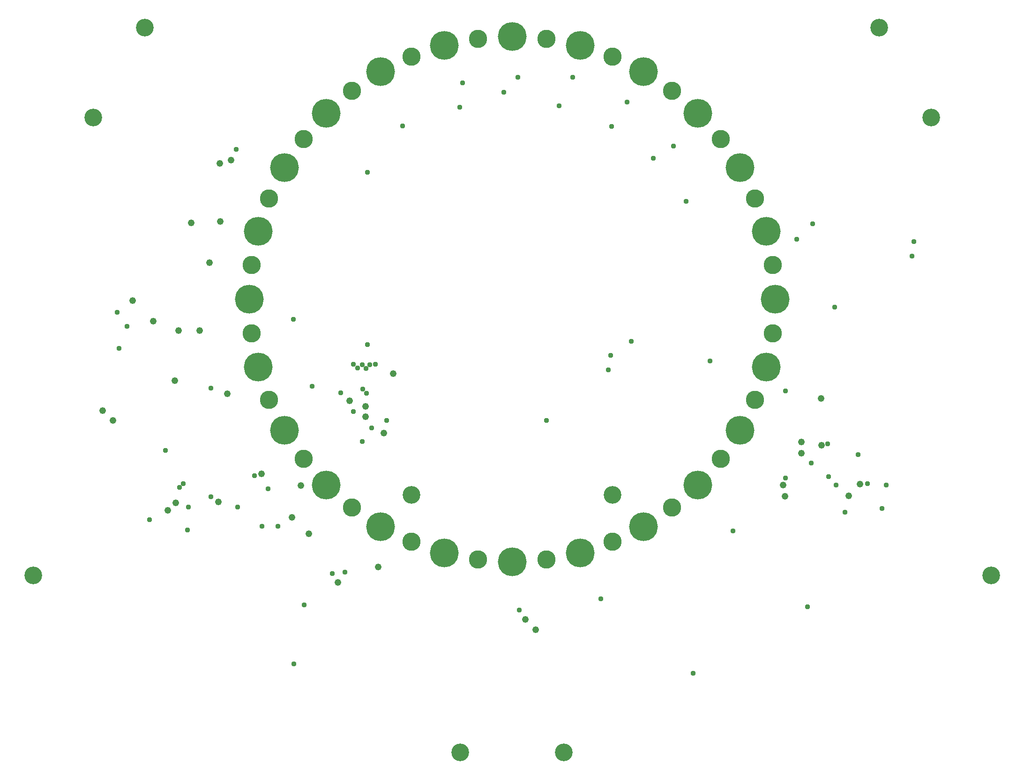
<source format=gbr>
G04 EAGLE Gerber RS-274X export*
G75*
%MOMM*%
%FSLAX34Y34*%
%LPD*%
%INSoldermask Bottom*%
%IPPOS*%
%AMOC8*
5,1,8,0,0,1.08239X$1,22.5*%
G01*
%ADD10C,3.203200*%
%ADD11C,3.303200*%
%ADD12C,5.203200*%
%ADD13C,1.219200*%
%ADD14C,0.959600*%


D10*
X-757016Y328810D03*
X-663266Y491190D03*
X663266Y491190D03*
X757016Y328810D03*
X865112Y-499473D03*
X-865112Y-499473D03*
X-93750Y-820000D03*
X93750Y-820000D03*
X-181775Y-353843D03*
X181775Y-353843D03*
D11*
X-470936Y62000D03*
X-438843Y181775D03*
X-376843Y289162D03*
X-289162Y376843D03*
X-181775Y438843D03*
X-62000Y470936D03*
X-62000Y-470936D03*
X-181775Y-438843D03*
X-289162Y-376843D03*
X-376843Y-289162D03*
X-438843Y-181775D03*
X-470936Y-62000D03*
X470936Y-62000D03*
X438843Y-181775D03*
X376843Y-289162D03*
X289162Y-376843D03*
X181775Y-438843D03*
X62000Y-470936D03*
X62000Y470936D03*
X181775Y438843D03*
X289162Y376843D03*
X376843Y289162D03*
X438843Y181775D03*
X470936Y62000D03*
D12*
X-475000Y0D03*
X-458815Y122939D03*
X-411362Y237500D03*
X-335876Y335876D03*
X-237500Y411362D03*
X-122939Y458815D03*
X0Y-475000D03*
X-122939Y-458815D03*
X-237500Y-411362D03*
X-335876Y-335876D03*
X-411362Y-237500D03*
X-458815Y-122939D03*
X475000Y0D03*
X458815Y-122939D03*
X411362Y-237500D03*
X335876Y-335876D03*
X237500Y-411362D03*
X122939Y-458815D03*
X0Y475000D03*
X122939Y458815D03*
X237500Y411362D03*
X335876Y335876D03*
X411362Y237500D03*
X458815Y122939D03*
D13*
X608076Y-355473D03*
X628650Y-334899D03*
X558927Y-264033D03*
X557784Y-179451D03*
X42291Y-597789D03*
X24003Y-579501D03*
X492633Y-356616D03*
D14*
X-601218Y-340614D03*
X-713232Y-24003D03*
X601218Y-385191D03*
X722376Y77724D03*
X-626364Y-273177D03*
X-696087Y-49149D03*
X642366Y-333756D03*
X725805Y104013D03*
D13*
X-381762Y-337185D03*
X-366903Y-424053D03*
X-242316Y-484632D03*
X-314325Y-512064D03*
X-721233Y-219456D03*
X-739521Y-201168D03*
X-564642Y-57150D03*
X-602361Y-57150D03*
X-546354Y66294D03*
X-514350Y-171450D03*
X-579501Y138303D03*
X522351Y-278892D03*
X522351Y-258318D03*
X489204Y-336042D03*
X-648081Y-40005D03*
X-685800Y-2286D03*
X-265176Y-212598D03*
X-293751Y-184023D03*
X-214884Y-134874D03*
X-507492Y251460D03*
X-528066Y245745D03*
X-621792Y-381762D03*
X-608076Y-368046D03*
X-530352Y-366903D03*
X-452628Y-315468D03*
X-609219Y-147447D03*
X-397764Y-394335D03*
X-526923Y140589D03*
D14*
X-544068Y-357759D03*
X-465201Y-318897D03*
X-441198Y-342900D03*
X-376047Y-553212D03*
X173736Y-128016D03*
X-309753Y-169164D03*
X585216Y-336042D03*
X12573Y-562356D03*
X571500Y-321183D03*
X160020Y-541782D03*
X540639Y-296037D03*
X398907Y-419481D03*
X493776Y-323469D03*
X493776Y-165735D03*
X625221Y-281178D03*
X582930Y-14859D03*
X570357Y-261747D03*
X514350Y108585D03*
X542925Y136017D03*
X-262890Y-170307D03*
X314325Y177165D03*
X-246888Y-117729D03*
X254889Y254889D03*
X291465Y276606D03*
X-264033Y-125730D03*
X179451Y312039D03*
X208026Y356616D03*
X-270891Y-118872D03*
X84582Y349758D03*
X109728Y401193D03*
X-278892Y-124587D03*
X-14859Y373761D03*
X10287Y401193D03*
X-286893Y-117729D03*
X-94869Y347472D03*
X-89154Y390906D03*
X-286893Y-203454D03*
X-197739Y313182D03*
X-269748Y-162306D03*
X-257175Y-118872D03*
X-261747Y-82296D03*
X-261747Y229743D03*
X-594360Y-333756D03*
X-498348Y270891D03*
X-586359Y-417195D03*
X-709803Y-89154D03*
X-496062Y-376047D03*
X-544068Y-161163D03*
X-585216Y-376047D03*
X-422910Y-410337D03*
X-451485Y-410337D03*
X-324612Y-496062D03*
X-301752Y-493776D03*
X-361188Y-157734D03*
X-395478Y-36576D03*
D13*
X-232029Y-242316D03*
X-265176Y-194310D03*
D14*
X675513Y-336042D03*
X533781Y-556641D03*
X668655Y-378333D03*
X326898Y-676656D03*
X-226314Y-219456D03*
X61722Y-219456D03*
X178308Y-101727D03*
X-253746Y-233172D03*
X214884Y-76581D03*
X-270891Y-257175D03*
X357759Y-112014D03*
X-654939Y-398907D03*
X-394335Y-659511D03*
M02*

</source>
